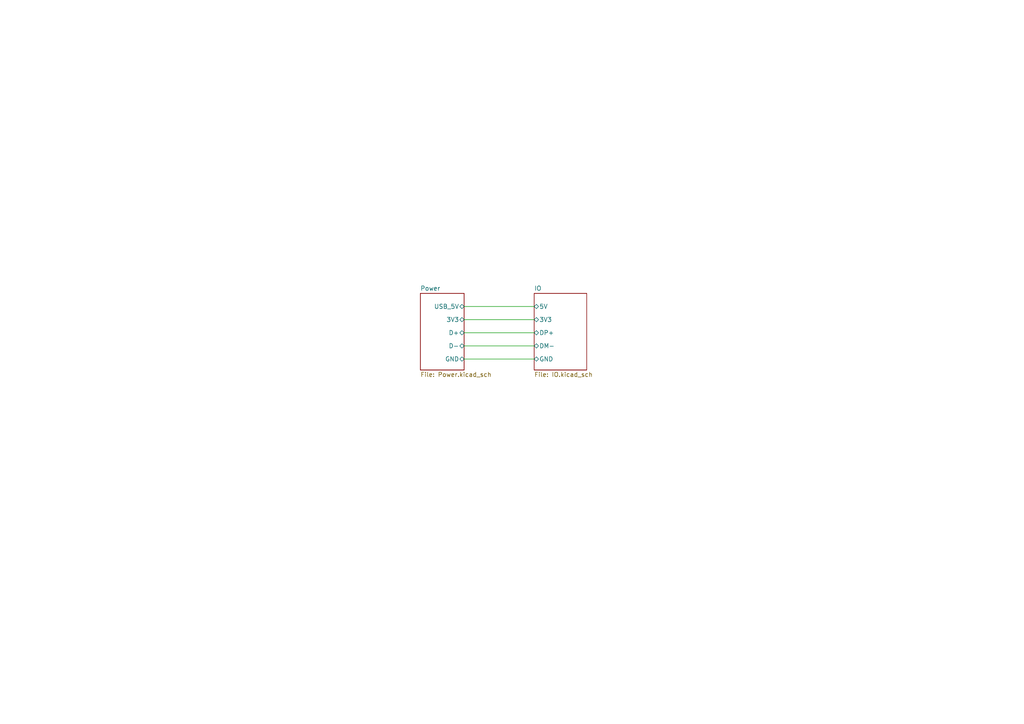
<source format=kicad_sch>
(kicad_sch
	(version 20250114)
	(generator "eeschema")
	(generator_version "9.0")
	(uuid "8f3ebe5a-9170-406e-a9e7-67aaca7742ab")
	(paper "A4")
	(title_block
		(title "HPM5301")
		(date "2025-10-19")
		(rev "V1.0")
		(company "GU2188")
	)
	(lib_symbols)
	(wire
		(pts
			(xy 134.62 104.14) (xy 154.94 104.14)
		)
		(stroke
			(width 0)
			(type default)
		)
		(uuid "4f84d2f7-c600-4e6d-9c53-4cffbcaf2957")
	)
	(wire
		(pts
			(xy 134.62 88.9) (xy 154.94 88.9)
		)
		(stroke
			(width 0)
			(type default)
		)
		(uuid "a173ba11-c371-4bda-89c1-e486c4f3b970")
	)
	(wire
		(pts
			(xy 134.62 100.33) (xy 154.94 100.33)
		)
		(stroke
			(width 0)
			(type default)
		)
		(uuid "a53d941c-77f5-4fb6-938b-5edea5e32eac")
	)
	(wire
		(pts
			(xy 134.62 96.52) (xy 154.94 96.52)
		)
		(stroke
			(width 0)
			(type default)
		)
		(uuid "cead2fac-c9f6-4ac2-9426-0b176f989d5c")
	)
	(wire
		(pts
			(xy 134.62 92.71) (xy 154.94 92.71)
		)
		(stroke
			(width 0)
			(type default)
		)
		(uuid "f5172ebd-4619-4b88-aa75-8ec1af71e9b5")
	)
	(sheet
		(at 121.92 85.09)
		(size 12.7 22.225)
		(exclude_from_sim no)
		(in_bom yes)
		(on_board yes)
		(dnp no)
		(fields_autoplaced yes)
		(stroke
			(width 0.1524)
			(type solid)
		)
		(fill
			(color 0 0 0 0.0000)
		)
		(uuid "10f535f4-42f8-444e-ac16-3bad42b27a2f")
		(property "Sheetname" "Power"
			(at 121.92 84.3784 0)
			(effects
				(font
					(size 1.27 1.27)
				)
				(justify left bottom)
			)
		)
		(property "Sheetfile" "Power.kicad_sch"
			(at 121.92 107.8996 0)
			(effects
				(font
					(size 1.27 1.27)
				)
				(justify left top)
			)
		)
		(pin "3V3" bidirectional
			(at 134.62 92.71 0)
			(uuid "979a56b3-47f8-4ac4-b00a-423f3b68a8cb")
			(effects
				(font
					(size 1.27 1.27)
				)
				(justify right)
			)
		)
		(pin "D+" bidirectional
			(at 134.62 96.52 0)
			(uuid "85360997-3018-4347-8284-fe884197fa85")
			(effects
				(font
					(size 1.27 1.27)
				)
				(justify right)
			)
		)
		(pin "D-" bidirectional
			(at 134.62 100.33 0)
			(uuid "b7500dc6-6a09-41b6-963f-fbf14e445f66")
			(effects
				(font
					(size 1.27 1.27)
				)
				(justify right)
			)
		)
		(pin "USB_5V" bidirectional
			(at 134.62 88.9 0)
			(uuid "4c380244-e58e-4fea-b272-2f5cd4f480c2")
			(effects
				(font
					(size 1.27 1.27)
				)
				(justify right)
			)
		)
		(pin "GND" bidirectional
			(at 134.62 104.14 0)
			(uuid "cc2e1479-2736-4d76-943b-1a73a53dfe05")
			(effects
				(font
					(size 1.27 1.27)
				)
				(justify right)
			)
		)
		(instances
			(project "hpm5301"
				(path "/8f3ebe5a-9170-406e-a9e7-67aaca7742ab"
					(page "2")
				)
			)
		)
	)
	(sheet
		(at 154.94 85.09)
		(size 15.24 22.225)
		(exclude_from_sim no)
		(in_bom yes)
		(on_board yes)
		(dnp no)
		(fields_autoplaced yes)
		(stroke
			(width 0.1524)
			(type solid)
		)
		(fill
			(color 0 0 0 0.0000)
		)
		(uuid "5a381582-07b3-4d84-888b-0753d451e9e2")
		(property "Sheetname" "IO"
			(at 154.94 84.3784 0)
			(effects
				(font
					(size 1.27 1.27)
				)
				(justify left bottom)
			)
		)
		(property "Sheetfile" "IO.kicad_sch"
			(at 154.94 107.8996 0)
			(effects
				(font
					(size 1.27 1.27)
				)
				(justify left top)
			)
		)
		(pin "3V3" bidirectional
			(at 154.94 92.71 180)
			(uuid "25ee259c-b5aa-41f9-a6f5-235c9eb46168")
			(effects
				(font
					(size 1.27 1.27)
				)
				(justify left)
			)
		)
		(pin "DM-" bidirectional
			(at 154.94 100.33 180)
			(uuid "16dd9837-c4f5-490b-b873-418aa2a407fe")
			(effects
				(font
					(size 1.27 1.27)
				)
				(justify left)
			)
		)
		(pin "DP+" bidirectional
			(at 154.94 96.52 180)
			(uuid "e647fc3c-1e86-43ae-879a-be1df1133c1e")
			(effects
				(font
					(size 1.27 1.27)
				)
				(justify left)
			)
		)
		(pin "GND" bidirectional
			(at 154.94 104.14 180)
			(uuid "2a13c4b6-5afd-4bab-bc02-b88bdc6d0d0e")
			(effects
				(font
					(size 1.27 1.27)
				)
				(justify left)
			)
		)
		(pin "5V" bidirectional
			(at 154.94 88.9 180)
			(uuid "50bc7a99-d21c-4698-b9fc-736c4aef97a1")
			(effects
				(font
					(size 1.27 1.27)
				)
				(justify left)
			)
		)
		(instances
			(project "hpm5301"
				(path "/8f3ebe5a-9170-406e-a9e7-67aaca7742ab"
					(page "3")
				)
			)
		)
	)
	(sheet_instances
		(path "/"
			(page "1")
		)
	)
	(embedded_fonts no)
)

</source>
